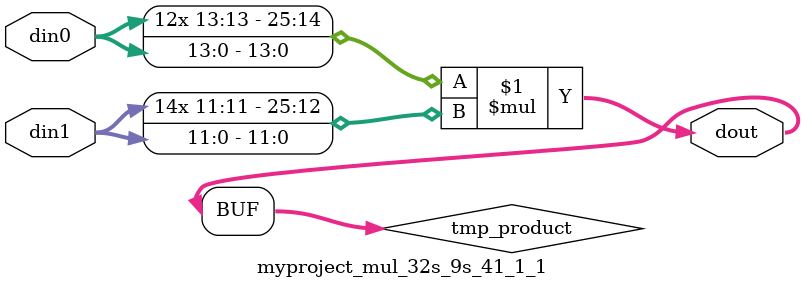
<source format=v>

`timescale 1 ns / 1 ps

  module myproject_mul_32s_9s_41_1_1(din0, din1, dout);
parameter ID = 1;
parameter NUM_STAGE = 0;
parameter din0_WIDTH = 14;
parameter din1_WIDTH = 12;
parameter dout_WIDTH = 26;

input [din0_WIDTH - 1 : 0] din0; 
input [din1_WIDTH - 1 : 0] din1; 
output [dout_WIDTH - 1 : 0] dout;

wire signed [dout_WIDTH - 1 : 0] tmp_product;













assign tmp_product = $signed(din0) * $signed(din1);








assign dout = tmp_product;







endmodule

</source>
